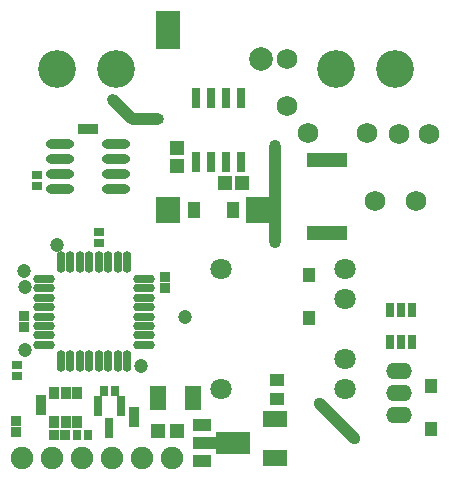
<source format=gbs>
%FSTAX25Y25*%
%MOIN*%
%SFA1B1*%

%IPPOS*%
%AMD101*
4,1,4,0.072400,-0.044500,-0.044500,0.072400,-0.072400,0.044500,0.044500,-0.072400,0.072400,-0.044500,0.0*
1,1,0.039500,-0.058500,0.058500*
1,1,0.039500,0.058500,-0.058500*
%
%AMD103*
4,1,4,0.044500,-0.016700,-0.016700,0.044500,-0.044500,0.016700,0.016700,-0.044500,0.044500,-0.016700,0.0*
1,1,0.039500,-0.030600,0.030600*
1,1,0.039500,0.030600,-0.030600*
%
%ADD80R,0.045400X0.047400*%
%ADD81R,0.047400X0.043400*%
%ADD88R,0.032400X0.032400*%
%ADD90R,0.032400X0.030800*%
%ADD91R,0.039500X0.047400*%
%ADD92C,0.068000*%
%ADD93C,0.071000*%
%ADD94O,0.086700X0.055200*%
%ADD95O,0.086700X0.055200*%
%ADD96C,0.126100*%
%ADD97C,0.078900*%
%ADD98R,0.078900X0.126100*%
%ADD99R,0.078900X0.086700*%
%ADD100C,0.074900*%
G04~CAMADD=101~3~0.0~0.0~2049.0~395.0~0.0~0.0~0~0.0~0.0~0.0~0.0~0~0.0~0.0~0.0~0.0~0~0.0~0.0~0.0~-45.0~1562.0~1562.0*
%ADD101D101*%
%ADD102O,0.039500X0.362300*%
G04~CAMADD=103~3~0.0~0.0~1261.0~395.0~0.0~0.0~0~0.0~0.0~0.0~0.0~0~0.0~0.0~0.0~0.0~0~0.0~0.0~0.0~-45.0~1006.0~1006.0*
%ADD103D103*%
%ADD104O,0.126100X0.039500*%
%ADD105R,0.114300X0.074900*%
%ADD106R,0.059200X0.043400*%
%ADD107R,0.082800X0.043400*%
%ADD108R,0.137900X0.049300*%
%ADD109R,0.053300X0.078900*%
%ADD110R,0.032400X0.032400*%
%ADD111R,0.031600X0.069000*%
%ADD112R,0.045400X0.045400*%
%ADD113R,0.047400X0.047400*%
%ADD114R,0.043800X0.056000*%
%ADD115R,0.031600X0.067100*%
%ADD116R,0.030800X0.032400*%
%ADD117R,0.033600X0.043400*%
%ADD118O,0.073000X0.029700*%
%ADD119O,0.029700X0.073000*%
%ADD120O,0.094600X0.031600*%
%ADD121R,0.080800X0.055200*%
%ADD122C,0.047400*%
%ADD123R,0.029700X0.051300*%
%LNsocket_39x37-1*%
%LPD*%
G54D80*
X015472Y011614D03*
X014843D03*
G54D81*
X018819Y012677D03*
Y013307D03*
G54D88*
X011752Y011496D03*
X011398D03*
X012343Y021693D03*
X012697D03*
G54D90*
X010827Y019776D03*
Y020146D03*
X010157Y013437D03*
Y013807D03*
X012874Y018256D03*
Y017886D03*
G54D91*
X019882Y015394D03*
Y016811D03*
X023937Y011693D03*
Y01311D03*
G54D92*
X023878Y021506D03*
X022894D03*
X019134Y022441D03*
Y024016D03*
X023465Y019272D03*
X022087D03*
X019843Y021555D03*
X021811D03*
G54D93*
X021083Y013012D03*
Y014012D03*
Y016012D03*
Y017012D03*
X016949D03*
Y013012D03*
G54D94*
X022874Y012138D03*
Y012874D03*
G54D95*
X022874Y01361D03*
G54D96*
X022756Y023701D03*
X020787D03*
X013465D03*
X011496D03*
G54D97*
X018285Y024016D03*
G54D98*
X015167Y024976D03*
G54D99*
X018167Y018976D03*
X015167D03*
G54D100*
X015315Y010709D03*
X014315D03*
X013315D03*
X012315D03*
X011315D03*
X010315D03*
G54D101*
X020827Y011959D03*
G54D102*
X01876Y019528D03*
G54D103*
X013642Y022343D03*
G54D104*
X014409Y022008D03*
G54D105*
X017337Y01122D03*
G54D106*
X016313Y011811D03*
Y01063D03*
G54D107*
X016431Y01122D03*
G54D108*
X020472Y018228D03*
Y020669D03*
G54D109*
X016024Y012717D03*
X014843D03*
G54D110*
X014055Y012264D03*
Y011909D03*
X010945Y012303D03*
Y012657D03*
X010118Y011949D03*
Y011594D03*
X010394Y015098D03*
Y015453D03*
X015079Y016752D03*
Y016398D03*
G54D111*
X016112Y022717D03*
X016612D03*
X017112D03*
X017612D03*
X016112Y020591D03*
X016612D03*
X017112D03*
X017612D03*
G54D112*
X015472Y021043D03*
Y020453D03*
G54D113*
X017657Y019882D03*
X017067D03*
G54D114*
X017339Y018976D03*
X016047D03*
G54D115*
X012854Y012461D03*
X013602D03*
X013228Y011713D03*
G54D116*
X013043Y012953D03*
X013413D03*
X012508Y011496D03*
X012138D03*
G54D117*
X012146Y012874D03*
X011772D03*
X011398D03*
Y011929D03*
X011772D03*
X012146D03*
G54D118*
X011063Y014488D03*
Y014803D03*
Y015118D03*
Y015433D03*
Y015748D03*
Y016063D03*
Y016378D03*
Y016693D03*
X01437D03*
Y016378D03*
Y016063D03*
Y015748D03*
Y015433D03*
Y015118D03*
Y014803D03*
Y014488D03*
G54D119*
X011614Y017244D03*
X011929D03*
X012244D03*
X012559D03*
X012874D03*
X013189D03*
X013504D03*
X013819D03*
Y013937D03*
X013504D03*
X013189D03*
X012874D03*
X012559D03*
X012244D03*
X011929D03*
X011614D03*
G54D120*
X013465Y021183D03*
Y020683D03*
Y020183D03*
Y019683D03*
X011575Y021183D03*
Y020683D03*
Y020183D03*
Y019683D03*
G54D121*
X01874Y012028D03*
Y010728D03*
G54D122*
X011486Y017835D03*
X010404Y016407D03*
X010384Y016949D03*
X015738Y015433D03*
X010433Y014321D03*
X014291Y01378D03*
G54D123*
X022579Y014587D03*
X022953D03*
X023327D03*
Y01565D03*
X022953D03*
X022579D03*
M02*
</source>
